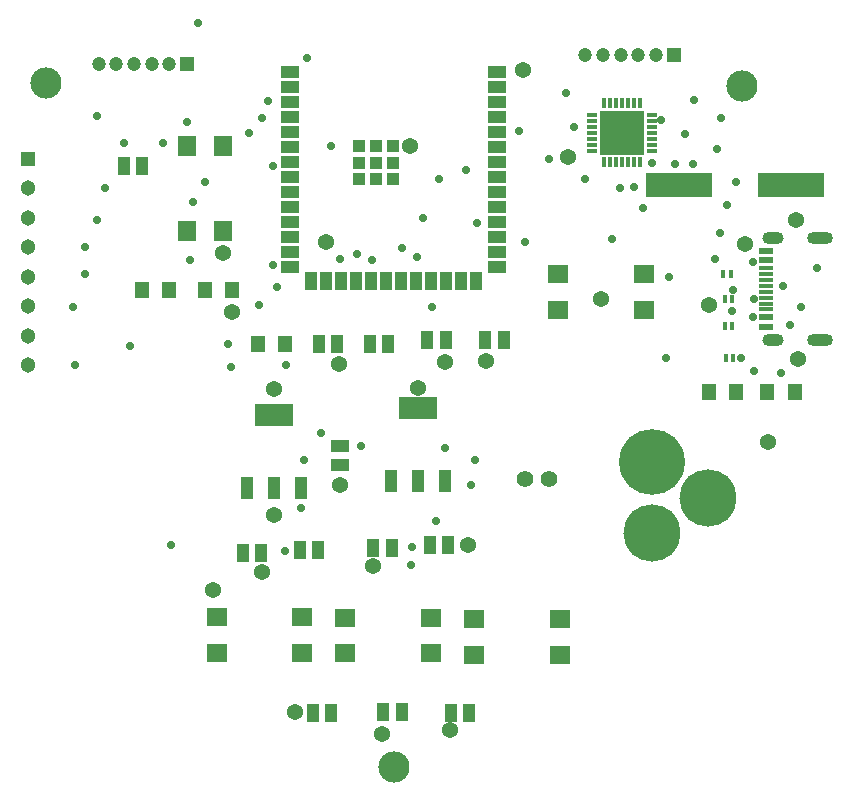
<source format=gbr>
%TF.GenerationSoftware,Altium Limited,Altium Designer,24.10.1 (45)*%
G04 Layer_Color=8388736*
%FSLAX45Y45*%
%MOMM*%
%TF.SameCoordinates,A2E8F698-1A25-487F-A8AF-53517084677A*%
%TF.FilePolarity,Negative*%
%TF.FileFunction,Soldermask,Top*%
%TF.Part,Single*%
G01*
G75*
%TA.AperFunction,SMDPad,CuDef*%
%ADD14R,1.15000X0.60000*%
%ADD15R,1.15000X0.30000*%
%TA.AperFunction,ComponentPad*%
G04:AMPARAMS|DCode=35|XSize=1mm|YSize=2.2mm|CornerRadius=0.5mm|HoleSize=0mm|Usage=FLASHONLY|Rotation=90.000|XOffset=0mm|YOffset=0mm|HoleType=Round|Shape=RoundedRectangle|*
%AMROUNDEDRECTD35*
21,1,1.00000,1.20000,0,0,90.0*
21,1,0.00000,2.20000,0,0,90.0*
1,1,1.00000,0.60000,0.00000*
1,1,1.00000,0.60000,0.00000*
1,1,1.00000,-0.60000,0.00000*
1,1,1.00000,-0.60000,0.00000*
%
%ADD35ROUNDEDRECTD35*%
G04:AMPARAMS|DCode=36|XSize=1mm|YSize=1.8mm|CornerRadius=0.5mm|HoleSize=0mm|Usage=FLASHONLY|Rotation=90.000|XOffset=0mm|YOffset=0mm|HoleType=Round|Shape=RoundedRectangle|*
%AMROUNDEDRECTD36*
21,1,1.00000,0.80000,0,0,90.0*
21,1,0.00000,1.80000,0,0,90.0*
1,1,1.00000,0.40000,0.00000*
1,1,1.00000,0.40000,0.00000*
1,1,1.00000,-0.40000,0.00000*
1,1,1.00000,-0.40000,0.00000*
%
%ADD36ROUNDEDRECTD36*%
%TA.AperFunction,SMDPad,CuDef*%
%ADD50R,5.60160X2.10160*%
%ADD51R,3.85160X3.85160*%
%ADD52R,0.90160X0.40160*%
%ADD53R,0.40160X0.90160*%
%ADD54R,0.45160X0.70160*%
%ADD55R,1.57160X1.12160*%
%ADD56R,1.12160X1.57160*%
%ADD57R,3.30160X1.90160*%
%ADD58R,1.05160X1.90160*%
%ADD59R,1.25160X1.35160*%
%ADD60R,1.70160X1.50160*%
%TA.AperFunction,ConnectorPad*%
%ADD61R,1.60160X1.00160*%
%ADD62R,1.00160X1.60160*%
%TA.AperFunction,BGAPad,CuDef*%
%ADD63R,1.00160X1.00160*%
%TA.AperFunction,SMDPad,CuDef*%
%ADD64R,1.50160X1.70160*%
%TA.AperFunction,ViaPad*%
%ADD65C,2.64160*%
%TA.AperFunction,ComponentPad*%
%ADD66R,1.20160X1.20160*%
%ADD67C,1.20160*%
%ADD68R,1.30160X1.30160*%
%ADD69C,1.30160*%
%ADD70C,1.40160*%
%ADD71C,5.56160*%
%ADD72C,4.84160*%
%TA.AperFunction,ViaPad*%
%ADD73C,0.71120*%
%ADD74C,1.37160*%
D14*
X6998101Y4701499D02*
D03*
Y4061501D02*
D03*
Y4141500D02*
D03*
Y4621500D02*
D03*
D15*
Y4556501D02*
D03*
Y4506498D02*
D03*
Y4456501D02*
D03*
Y4406499D02*
D03*
Y4356501D02*
D03*
Y4306499D02*
D03*
Y4256502D02*
D03*
Y4206499D02*
D03*
D35*
X7455601Y3949502D02*
D03*
Y4813498D02*
D03*
D36*
X7055602Y3949502D02*
D03*
Y4813498D02*
D03*
D50*
X6261100Y5257800D02*
D03*
X7211101D02*
D03*
D51*
X5778500Y5702300D02*
D03*
D52*
X6028497Y5852297D02*
D03*
Y5802300D02*
D03*
Y5752297D02*
D03*
Y5702300D02*
D03*
Y5652298D02*
D03*
Y5602300D02*
D03*
Y5552298D02*
D03*
X5528498D02*
D03*
Y5602300D02*
D03*
Y5652298D02*
D03*
Y5702300D02*
D03*
Y5752297D02*
D03*
Y5802300D02*
D03*
Y5852297D02*
D03*
D53*
X5928497Y5452298D02*
D03*
X5878500D02*
D03*
X5828497D02*
D03*
X5778500D02*
D03*
X5728498D02*
D03*
X5678495D02*
D03*
X5628498D02*
D03*
Y5952297D02*
D03*
X5678495D02*
D03*
X5728498D02*
D03*
X5778500D02*
D03*
X5828497D02*
D03*
X5878500D02*
D03*
X5928497D02*
D03*
D54*
X6647700Y4292600D02*
D03*
X6712699D02*
D03*
X6700002Y4508500D02*
D03*
X6634998D02*
D03*
X6712702Y4064000D02*
D03*
X6647698D02*
D03*
X6719799Y3797300D02*
D03*
X6654800D02*
D03*
D55*
X3390900Y2888000D02*
D03*
Y3048000D02*
D03*
D56*
X1558300Y5422900D02*
D03*
X1718300D02*
D03*
X4149100Y2209800D02*
D03*
X4309100D02*
D03*
X3670300Y2184400D02*
D03*
X3830300D02*
D03*
X3208000Y2171700D02*
D03*
X3048000D02*
D03*
X2725400Y2146300D02*
D03*
X2565400D02*
D03*
X4127500Y3949700D02*
D03*
X4287500D02*
D03*
X3158500Y787400D02*
D03*
X3318500D02*
D03*
X3209300Y3911600D02*
D03*
X3369300D02*
D03*
X3915400Y800100D02*
D03*
X3755400D02*
D03*
X4779000Y3949700D02*
D03*
X4619000D02*
D03*
X4486900Y787400D02*
D03*
X4326900D02*
D03*
X3641100Y3911600D02*
D03*
X3801100D02*
D03*
D57*
X2830698Y3312404D02*
D03*
X4051300Y3370702D02*
D03*
D58*
X3060700Y2692400D02*
D03*
X2830698D02*
D03*
X2600696D02*
D03*
X3821298Y2750698D02*
D03*
X4051300D02*
D03*
X4281302D02*
D03*
D59*
X6746900Y3505200D02*
D03*
X6511900D02*
D03*
X7242200D02*
D03*
X7007200D02*
D03*
X2692400Y3911600D02*
D03*
X2927401D02*
D03*
X1946300Y4368800D02*
D03*
X1711300D02*
D03*
X2244700D02*
D03*
X2479700D02*
D03*
D60*
X5240701Y4206098D02*
D03*
X5960699D02*
D03*
X5240701Y4506102D02*
D03*
X5960699D02*
D03*
X3069499Y1600200D02*
D03*
X2349500D02*
D03*
X3069499Y1300201D02*
D03*
X2349500D02*
D03*
X5249499Y1585102D02*
D03*
X4529501D02*
D03*
X5249499Y1285098D02*
D03*
X4529501D02*
D03*
X4157299Y1597797D02*
D03*
X3437301D02*
D03*
X4157299Y1297798D02*
D03*
X3437301D02*
D03*
D61*
X2970398Y6220597D02*
D03*
Y6093597D02*
D03*
Y5966597D02*
D03*
Y5839597D02*
D03*
Y5712597D02*
D03*
Y5585597D02*
D03*
Y5458597D02*
D03*
Y5331597D02*
D03*
Y5204597D02*
D03*
Y5077597D02*
D03*
Y4950597D02*
D03*
Y4823597D02*
D03*
Y4696597D02*
D03*
Y4569597D02*
D03*
X4720402D02*
D03*
Y4696597D02*
D03*
Y4823597D02*
D03*
Y4950597D02*
D03*
Y5077597D02*
D03*
Y5204597D02*
D03*
Y5331597D02*
D03*
Y5458597D02*
D03*
Y5585597D02*
D03*
Y5712597D02*
D03*
Y5839597D02*
D03*
Y5966597D02*
D03*
Y6093597D02*
D03*
Y6220597D02*
D03*
D62*
X3146903Y4444599D02*
D03*
X3273903D02*
D03*
X3400903D02*
D03*
X3527903D02*
D03*
X3654903D02*
D03*
X3781903D02*
D03*
X3908903D02*
D03*
X4035903D02*
D03*
X4162903D02*
D03*
X4289903D02*
D03*
X4416903D02*
D03*
X4543903D02*
D03*
D63*
X3695400Y5448600D02*
D03*
Y5588599D02*
D03*
X3555401D02*
D03*
Y5448600D02*
D03*
Y5308600D02*
D03*
X3695400D02*
D03*
X3835400D02*
D03*
Y5448600D02*
D03*
Y5588599D02*
D03*
D64*
X2397902Y4872401D02*
D03*
Y5592399D02*
D03*
X2097898Y4872401D02*
D03*
Y5592399D02*
D03*
D65*
X901700Y6121400D02*
D03*
X3848100Y330200D02*
D03*
X6794500Y6096000D02*
D03*
D66*
X2096201Y6286500D02*
D03*
X6215802Y6362700D02*
D03*
D67*
X1946204Y6286500D02*
D03*
X1796202D02*
D03*
X1646199D02*
D03*
X1496202D02*
D03*
X1346200D02*
D03*
X6065804Y6362700D02*
D03*
X5915802D02*
D03*
X5765800D02*
D03*
X5615803D02*
D03*
X5465801D02*
D03*
D68*
X749300Y5483804D02*
D03*
D69*
Y5233802D02*
D03*
Y4983800D02*
D03*
Y4733803D02*
D03*
Y4483801D02*
D03*
Y4233804D02*
D03*
Y3983802D02*
D03*
Y3733800D02*
D03*
D70*
X5156200Y2768600D02*
D03*
X4956200D02*
D03*
D71*
X6032500Y2911399D02*
D03*
D72*
Y2311400D02*
D03*
X6502502Y2611399D02*
D03*
D73*
X2705100Y4241800D02*
D03*
X6111458Y5811151D02*
D03*
X3111500Y6337300D02*
D03*
X3657600Y4622800D02*
D03*
X3314700Y5588000D02*
D03*
X2781300Y5969000D02*
D03*
X5301796Y6038396D02*
D03*
X5161376Y5476908D02*
D03*
X2933700Y3733800D02*
D03*
X2463800Y3721100D02*
D03*
X6667500Y5092700D02*
D03*
X6223000Y5435600D02*
D03*
X6743700Y5283200D02*
D03*
X6375400Y5435600D02*
D03*
X6578600Y5562600D02*
D03*
X6616700Y5829300D02*
D03*
X6311900Y5689600D02*
D03*
X6032500Y5448300D02*
D03*
X5956300Y5067300D02*
D03*
X6565900Y4635500D02*
D03*
X4953000Y4775200D02*
D03*
X4229100Y5308600D02*
D03*
X4457700Y5384800D02*
D03*
X4902200Y5715000D02*
D03*
X5372100Y5753100D02*
D03*
X5764201Y5233999D02*
D03*
X4089400Y4978400D02*
D03*
X6705600Y4191000D02*
D03*
X2857500Y4394200D02*
D03*
X6172200Y4483100D02*
D03*
X6718300Y4368800D02*
D03*
X5461000Y5308600D02*
D03*
X6781800Y3797300D02*
D03*
X7200900Y4076700D02*
D03*
X3225800Y3162300D02*
D03*
X6604000Y4851400D02*
D03*
X5689600Y4800600D02*
D03*
X4546600Y4940300D02*
D03*
X5880100Y5245100D02*
D03*
X4038600Y4648200D02*
D03*
X3987800Y2044700D02*
D03*
X7429500Y4559300D02*
D03*
X6883400Y4610100D02*
D03*
X7289800Y4229100D02*
D03*
X7124700Y3670300D02*
D03*
X3086100Y2933700D02*
D03*
X2921000Y2159000D02*
D03*
X3060700Y2527300D02*
D03*
X2616200Y5702300D02*
D03*
X2120900Y4622800D02*
D03*
X2819400Y5422900D02*
D03*
Y4584700D02*
D03*
X6895380Y4293509D02*
D03*
X7137400Y4406900D02*
D03*
X6883400Y4140200D02*
D03*
X6896100Y3683000D02*
D03*
X4000500Y2197100D02*
D03*
X1955800Y2209800D02*
D03*
X3390900Y4635500D02*
D03*
X1231900Y4508500D02*
D03*
X4279900Y3035300D02*
D03*
X3568700Y3048000D02*
D03*
X4495800Y2717800D02*
D03*
X4203700Y2413000D02*
D03*
X6146800Y3797300D02*
D03*
X4533900Y2933700D02*
D03*
X1333500Y5842000D02*
D03*
X3911600Y4724400D02*
D03*
X2184400Y6629400D02*
D03*
X3530600Y4673600D02*
D03*
X2730500Y5829300D02*
D03*
X2146300Y5118100D02*
D03*
X2438400Y3911600D02*
D03*
X1612900Y3898900D02*
D03*
X1397000Y5232400D02*
D03*
X1130300Y4229100D02*
D03*
X4165600D02*
D03*
X1231900Y4737100D02*
D03*
X1333500Y4965700D02*
D03*
X2247900Y5283200D02*
D03*
X1892300Y5613400D02*
D03*
X1562100D02*
D03*
X6388100Y5981700D02*
D03*
X1143000Y3733800D02*
D03*
X2095500Y5791200D02*
D03*
D74*
X5320325Y5500075D02*
D03*
X2832100Y2463800D02*
D03*
X4470400Y2209800D02*
D03*
X3275251Y4773851D02*
D03*
X7010400Y3086100D02*
D03*
X3378200Y3746500D02*
D03*
X3670300Y2032000D02*
D03*
X5600700Y4292600D02*
D03*
X4940300Y6235700D02*
D03*
X3987201Y5588599D02*
D03*
X2479700Y4181500D02*
D03*
X6819900Y4762500D02*
D03*
X7251700Y4965700D02*
D03*
X7264400Y3784600D02*
D03*
X6515100Y4241800D02*
D03*
X2400300Y4686300D02*
D03*
X4051300Y3543300D02*
D03*
X4622800Y3771900D02*
D03*
X4279900Y3759200D02*
D03*
X3746500Y609600D02*
D03*
X3390900Y2717800D02*
D03*
X4318000Y647700D02*
D03*
X3009900Y800100D02*
D03*
X2311400Y1828800D02*
D03*
X2730500Y1981200D02*
D03*
X2832100Y3530600D02*
D03*
%TF.MD5,645a9818cc511f597e0a25767eda722f*%
M02*

</source>
